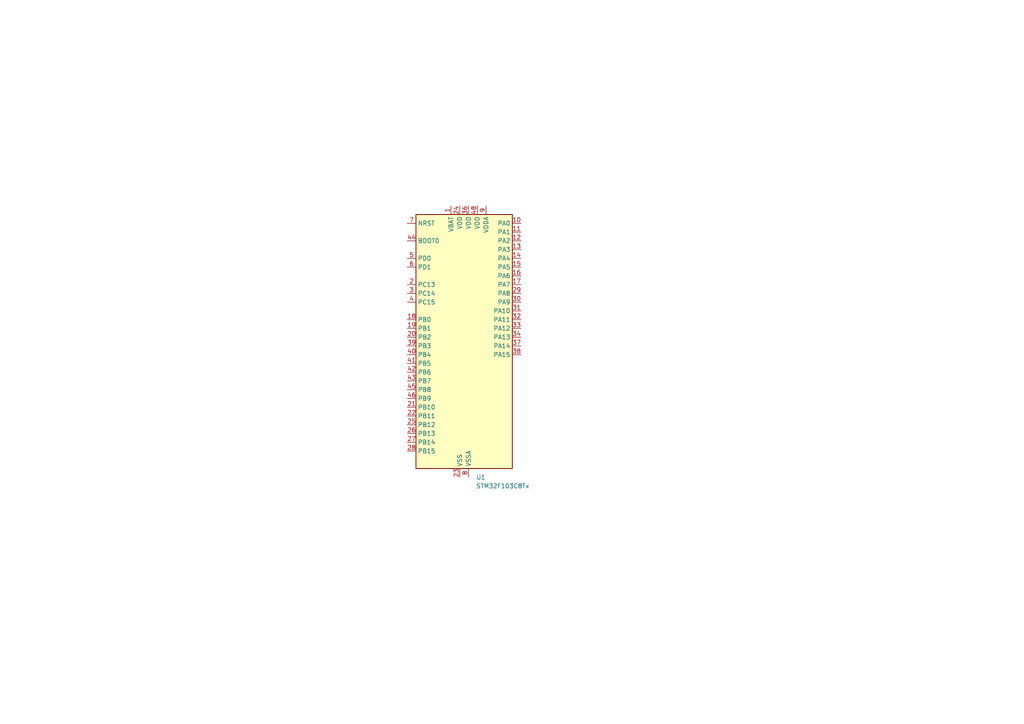
<source format=kicad_sch>
(kicad_sch (version 20230121) (generator eeschema)
  (paper "A4")
  (lib_symbols
    (symbol "MCU_ST_STM32F1:STM32F103C8Tx"
      (property "Reference" "U" (at -12.7 39.37 0))
      (property "Value" "STM32F103C8Tx" (at 10.16 39.37 0))
      (symbol "STM32F103C8Tx_0_1"
        (rectangle (start -12.7 -35.56) (end 15.24 38.1) (stroke (width 0.254)) (fill (type background)))
      )
      (symbol "STM32F103C8Tx_1_1"
        (pin power_in line (at -2.54 40.64 270) (length 2.54) (name "VBAT") (number "1"))
        (pin bidirectional line (at 17.78 35.56 180) (length 2.54) (name "PA0") (number "10"))
        (pin bidirectional line (at 17.78 33.02 180) (length 2.54) (name "PA1") (number "11"))
        (pin bidirectional line (at 17.78 30.48 180) (length 2.54) (name "PA2") (number "12"))
        (pin bidirectional line (at 17.78 27.94 180) (length 2.54) (name "PA3") (number "13"))
        (pin bidirectional line (at 17.78 25.4 180) (length 2.54) (name "PA4") (number "14"))
        (pin bidirectional line (at 17.78 22.86 180) (length 2.54) (name "PA5") (number "15"))
        (pin bidirectional line (at 17.78 20.32 180) (length 2.54) (name "PA6") (number "16"))
        (pin bidirectional line (at 17.78 17.78 180) (length 2.54) (name "PA7") (number "17"))
        (pin bidirectional line (at -15.24 7.62 0) (length 2.54) (name "PB0") (number "18"))
        (pin bidirectional line (at -15.24 5.08 0) (length 2.54) (name "PB1") (number "19"))
        (pin bidirectional line (at -15.24 17.78 0) (length 2.54) (name "PC13") (number "2"))
        (pin bidirectional line (at -15.24 2.54 0) (length 2.54) (name "PB2") (number "20"))
        (pin bidirectional line (at -15.24 -17.78 0) (length 2.54) (name "PB10") (number "21"))
        (pin bidirectional line (at -15.24 -20.32 0) (length 2.54) (name "PB11") (number "22"))
        (pin power_in line (at 0 -38.1 90) (length 2.54) (name "VSS") (number "23"))
        (pin power_in line (at 0 40.64 270) (length 2.54) (name "VDD") (number "24"))
        (pin bidirectional line (at -15.24 -22.86 0) (length 2.54) (name "PB12") (number "25"))
        (pin bidirectional line (at -15.24 -25.4 0) (length 2.54) (name "PB13") (number "26"))
        (pin bidirectional line (at -15.24 -27.94 0) (length 2.54) (name "PB14") (number "27"))
        (pin bidirectional line (at -15.24 -30.48 0) (length 2.54) (name "PB15") (number "28"))
        (pin bidirectional line (at 17.78 15.24 180) (length 2.54) (name "PA8") (number "29"))
        (pin bidirectional line (at -15.24 15.24 0) (length 2.54) (name "PC14") (number "3"))
        (pin bidirectional line (at 17.78 12.7 180) (length 2.54) (name "PA9") (number "30"))
        (pin bidirectional line (at 17.78 10.16 180) (length 2.54) (name "PA10") (number "31"))
        (pin bidirectional line (at 17.78 7.62 180) (length 2.54) (name "PA11") (number "32"))
        (pin bidirectional line (at 17.78 5.08 180) (length 2.54) (name "PA12") (number "33"))
        (pin bidirectional line (at 17.78 2.54 180) (length 2.54) (name "PA13") (number "34"))
        (pin passive line (at 0 -38.1 90) (length 2.54) hide (name "VSS") (number "35"))
        (pin power_in line (at 2.54 40.64 270) (length 2.54) (name "VDD") (number "36"))
        (pin bidirectional line (at 17.78 0 180) (length 2.54) (name "PA14") (number "37"))
        (pin bidirectional line (at 17.78 -2.54 180) (length 2.54) (name "PA15") (number "38"))
        (pin bidirectional line (at -15.24 0 0) (length 2.54) (name "PB3") (number "39"))
        (pin bidirectional line (at -15.24 12.7 0) (length 2.54) (name "PC15") (number "4"))
        (pin bidirectional line (at -15.24 -2.54 0) (length 2.54) (name "PB4") (number "40"))
        (pin bidirectional line (at -15.24 -5.08 0) (length 2.54) (name "PB5") (number "41"))
        (pin bidirectional line (at -15.24 -7.62 0) (length 2.54) (name "PB6") (number "42"))
        (pin bidirectional line (at -15.24 -10.16 0) (length 2.54) (name "PB7") (number "43"))
        (pin input line (at -15.24 30.48 0) (length 2.54) (name "BOOT0") (number "44"))
        (pin bidirectional line (at -15.24 -12.7 0) (length 2.54) (name "PB8") (number "45"))
        (pin bidirectional line (at -15.24 -15.24 0) (length 2.54) (name "PB9") (number "46"))
        (pin passive line (at 0 -38.1 90) (length 2.54) hide (name "VSS") (number "47"))
        (pin power_in line (at 5.08 40.64 270) (length 2.54) (name "VDD") (number "48"))
        (pin bidirectional line (at -15.24 25.4 0) (length 2.54) (name "PD0") (number "5"))
        (pin bidirectional line (at -15.24 22.86 0) (length 2.54) (name "PD1") (number "6"))
        (pin input line (at -15.24 35.56 0) (length 2.54) (name "NRST") (number "7"))
        (pin power_in line (at 2.54 -38.1 90) (length 2.54) (name "VSSA") (number "8"))
        (pin power_in line (at 7.62 40.64 270) (length 2.54) (name "VDDA") (number "9"))
      )
    )
  )
  (symbol (lib_id "MCU_ST_STM32F1:STM32F103C8Tx") (at 133.35 100.33 0) (unit 1)
    (property "Reference" "U1" (at 138.0841 138.43 0) (effects (justify left)))
    (property "Value" "STM32F103C8Tx" (at 138.0841 140.97 0) (effects (justify left)))
    (property "Footprint" "Package_QFP:LQFP-48_7x7mm_P0.5mm" (effects hide))
    (property "Datasheet" "https://www.st.com/resource/en/datasheet/stm32f103c8.pdf" (effects hide))
  )
)
</source>
